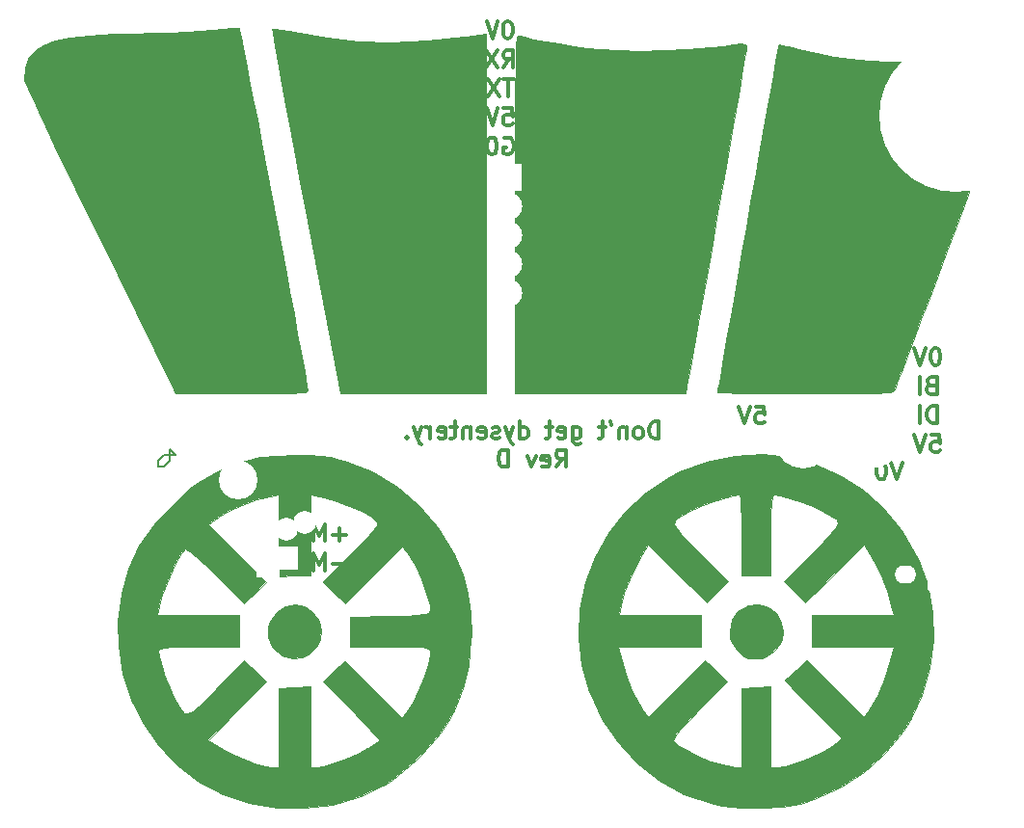
<source format=gbo>
G04 #@! TF.FileFunction,Legend,Bot*
%FSLAX46Y46*%
G04 Gerber Fmt 4.6, Leading zero omitted, Abs format (unit mm)*
G04 Created by KiCad (PCBNEW 4.0.7-e2-6376~58~ubuntu16.04.1) date Fri Apr 20 01:19:44 2018*
%MOMM*%
%LPD*%
G01*
G04 APERTURE LIST*
%ADD10C,0.100000*%
%ADD11C,0.300000*%
%ADD12C,0.200000*%
%ADD13C,0.010000*%
%ADD14C,2.400000*%
%ADD15R,2.000000X2.000000*%
%ADD16C,2.000000*%
%ADD17C,4.900000*%
%ADD18O,1.900000X1.600000*%
%ADD19O,2.100000X2.100000*%
%ADD20C,13.400000*%
%ADD21R,3.000000X2.400000*%
%ADD22O,3.000000X2.400000*%
%ADD23C,3.400000*%
G04 APERTURE END LIST*
D10*
D11*
X139611428Y-71668571D02*
X140111428Y-70954286D01*
X140468571Y-71668571D02*
X140468571Y-70168571D01*
X139897143Y-70168571D01*
X139754285Y-70240000D01*
X139682857Y-70311429D01*
X139611428Y-70454286D01*
X139611428Y-70668571D01*
X139682857Y-70811429D01*
X139754285Y-70882857D01*
X139897143Y-70954286D01*
X140468571Y-70954286D01*
X138397143Y-71597143D02*
X138540000Y-71668571D01*
X138825714Y-71668571D01*
X138968571Y-71597143D01*
X139040000Y-71454286D01*
X139040000Y-70882857D01*
X138968571Y-70740000D01*
X138825714Y-70668571D01*
X138540000Y-70668571D01*
X138397143Y-70740000D01*
X138325714Y-70882857D01*
X138325714Y-71025714D01*
X139040000Y-71168571D01*
X137825714Y-70668571D02*
X137468571Y-71668571D01*
X137111429Y-70668571D01*
X135397143Y-71668571D02*
X135397143Y-70168571D01*
X135040000Y-70168571D01*
X134825715Y-70240000D01*
X134682857Y-70382857D01*
X134611429Y-70525714D01*
X134540000Y-70811429D01*
X134540000Y-71025714D01*
X134611429Y-71311429D01*
X134682857Y-71454286D01*
X134825715Y-71597143D01*
X135040000Y-71668571D01*
X135397143Y-71668571D01*
X118291429Y-78193571D02*
X118291429Y-76693571D01*
X118791429Y-77765000D01*
X119291429Y-76693571D01*
X119291429Y-78193571D01*
X120005715Y-77622143D02*
X121148572Y-77622143D01*
X120577143Y-78193571D02*
X120577143Y-77050714D01*
X118291429Y-80743571D02*
X118291429Y-79243571D01*
X118791429Y-80315000D01*
X119291429Y-79243571D01*
X119291429Y-80743571D01*
X120005715Y-80172143D02*
X121148572Y-80172143D01*
X168105715Y-71268571D02*
X168248572Y-71268571D01*
X168391429Y-71340000D01*
X168462858Y-71411429D01*
X168534287Y-71554286D01*
X168605715Y-71840000D01*
X168605715Y-72197143D01*
X168534287Y-72482857D01*
X168462858Y-72625714D01*
X168391429Y-72697143D01*
X168248572Y-72768571D01*
X168105715Y-72768571D01*
X167962858Y-72697143D01*
X167891429Y-72625714D01*
X167820001Y-72482857D01*
X167748572Y-72197143D01*
X167748572Y-71840000D01*
X167820001Y-71554286D01*
X167891429Y-71411429D01*
X167962858Y-71340000D01*
X168105715Y-71268571D01*
X169034286Y-71268571D02*
X169534286Y-72768571D01*
X170034286Y-71268571D01*
X157145713Y-66348571D02*
X157859999Y-66348571D01*
X157931428Y-67062857D01*
X157859999Y-66991429D01*
X157717142Y-66920000D01*
X157359999Y-66920000D01*
X157217142Y-66991429D01*
X157145713Y-67062857D01*
X157074285Y-67205714D01*
X157074285Y-67562857D01*
X157145713Y-67705714D01*
X157217142Y-67777143D01*
X157359999Y-67848571D01*
X157717142Y-67848571D01*
X157859999Y-67777143D01*
X157931428Y-67705714D01*
X156645714Y-66348571D02*
X156145714Y-67848571D01*
X155645714Y-66348571D01*
X173004285Y-61223571D02*
X172861428Y-61223571D01*
X172718571Y-61295000D01*
X172647142Y-61366429D01*
X172575713Y-61509286D01*
X172504285Y-61795000D01*
X172504285Y-62152143D01*
X172575713Y-62437857D01*
X172647142Y-62580714D01*
X172718571Y-62652143D01*
X172861428Y-62723571D01*
X173004285Y-62723571D01*
X173147142Y-62652143D01*
X173218571Y-62580714D01*
X173289999Y-62437857D01*
X173361428Y-62152143D01*
X173361428Y-61795000D01*
X173289999Y-61509286D01*
X173218571Y-61366429D01*
X173147142Y-61295000D01*
X173004285Y-61223571D01*
X172075714Y-61223571D02*
X171575714Y-62723571D01*
X171075714Y-61223571D01*
X172540000Y-64487857D02*
X172325714Y-64559286D01*
X172254286Y-64630714D01*
X172182857Y-64773571D01*
X172182857Y-64987857D01*
X172254286Y-65130714D01*
X172325714Y-65202143D01*
X172468572Y-65273571D01*
X173040000Y-65273571D01*
X173040000Y-63773571D01*
X172540000Y-63773571D01*
X172397143Y-63845000D01*
X172325714Y-63916429D01*
X172254286Y-64059286D01*
X172254286Y-64202143D01*
X172325714Y-64345000D01*
X172397143Y-64416429D01*
X172540000Y-64487857D01*
X173040000Y-64487857D01*
X171540000Y-65273571D02*
X171540000Y-63773571D01*
X173040000Y-67823571D02*
X173040000Y-66323571D01*
X172682857Y-66323571D01*
X172468572Y-66395000D01*
X172325714Y-66537857D01*
X172254286Y-66680714D01*
X172182857Y-66966429D01*
X172182857Y-67180714D01*
X172254286Y-67466429D01*
X172325714Y-67609286D01*
X172468572Y-67752143D01*
X172682857Y-67823571D01*
X173040000Y-67823571D01*
X171540000Y-67823571D02*
X171540000Y-66323571D01*
X172575713Y-68873571D02*
X173289999Y-68873571D01*
X173361428Y-69587857D01*
X173289999Y-69516429D01*
X173147142Y-69445000D01*
X172789999Y-69445000D01*
X172647142Y-69516429D01*
X172575713Y-69587857D01*
X172504285Y-69730714D01*
X172504285Y-70087857D01*
X172575713Y-70230714D01*
X172647142Y-70302143D01*
X172789999Y-70373571D01*
X173147142Y-70373571D01*
X173289999Y-70302143D01*
X173361428Y-70230714D01*
X172075714Y-68873571D02*
X171575714Y-70373571D01*
X171075714Y-68873571D01*
X135444285Y-32528571D02*
X135301428Y-32528571D01*
X135158571Y-32600000D01*
X135087142Y-32671429D01*
X135015713Y-32814286D01*
X134944285Y-33100000D01*
X134944285Y-33457143D01*
X135015713Y-33742857D01*
X135087142Y-33885714D01*
X135158571Y-33957143D01*
X135301428Y-34028571D01*
X135444285Y-34028571D01*
X135587142Y-33957143D01*
X135658571Y-33885714D01*
X135729999Y-33742857D01*
X135801428Y-33457143D01*
X135801428Y-33100000D01*
X135729999Y-32814286D01*
X135658571Y-32671429D01*
X135587142Y-32600000D01*
X135444285Y-32528571D01*
X134515714Y-32528571D02*
X134015714Y-34028571D01*
X133515714Y-32528571D01*
X134979999Y-36578571D02*
X135479999Y-35864286D01*
X135837142Y-36578571D02*
X135837142Y-35078571D01*
X135265714Y-35078571D01*
X135122856Y-35150000D01*
X135051428Y-35221429D01*
X134979999Y-35364286D01*
X134979999Y-35578571D01*
X135051428Y-35721429D01*
X135122856Y-35792857D01*
X135265714Y-35864286D01*
X135837142Y-35864286D01*
X134479999Y-35078571D02*
X133479999Y-36578571D01*
X133479999Y-35078571D02*
X134479999Y-36578571D01*
X135872857Y-37628571D02*
X135015714Y-37628571D01*
X135444285Y-39128571D02*
X135444285Y-37628571D01*
X134658571Y-37628571D02*
X133658571Y-39128571D01*
X133658571Y-37628571D02*
X134658571Y-39128571D01*
X135015713Y-40178571D02*
X135729999Y-40178571D01*
X135801428Y-40892857D01*
X135729999Y-40821429D01*
X135587142Y-40750000D01*
X135229999Y-40750000D01*
X135087142Y-40821429D01*
X135015713Y-40892857D01*
X134944285Y-41035714D01*
X134944285Y-41392857D01*
X135015713Y-41535714D01*
X135087142Y-41607143D01*
X135229999Y-41678571D01*
X135587142Y-41678571D01*
X135729999Y-41607143D01*
X135801428Y-41535714D01*
X134515714Y-40178571D02*
X134015714Y-41678571D01*
X133515714Y-40178571D01*
X135051428Y-42800000D02*
X135194285Y-42728571D01*
X135408571Y-42728571D01*
X135622856Y-42800000D01*
X135765714Y-42942857D01*
X135837142Y-43085714D01*
X135908571Y-43371429D01*
X135908571Y-43585714D01*
X135837142Y-43871429D01*
X135765714Y-44014286D01*
X135622856Y-44157143D01*
X135408571Y-44228571D01*
X135265714Y-44228571D01*
X135051428Y-44157143D01*
X134979999Y-44085714D01*
X134979999Y-43585714D01*
X135265714Y-43585714D01*
X134051428Y-42728571D02*
X133908571Y-42728571D01*
X133765714Y-42800000D01*
X133694285Y-42871429D01*
X133622856Y-43014286D01*
X133551428Y-43300000D01*
X133551428Y-43657143D01*
X133622856Y-43942857D01*
X133694285Y-44085714D01*
X133765714Y-44157143D01*
X133908571Y-44228571D01*
X134051428Y-44228571D01*
X134194285Y-44157143D01*
X134265714Y-44085714D01*
X134337142Y-43942857D01*
X134408571Y-43657143D01*
X134408571Y-43300000D01*
X134337142Y-43014286D01*
X134265714Y-42871429D01*
X134194285Y-42800000D01*
X134051428Y-42728571D01*
D12*
X105156000Y-70612000D02*
X106172000Y-70612000D01*
X104648000Y-71120000D02*
X105156000Y-70612000D01*
X104648000Y-71628000D02*
X104648000Y-71120000D01*
X105156000Y-71628000D02*
X104648000Y-71628000D01*
X105664000Y-71120000D02*
X105156000Y-71628000D01*
X105664000Y-70104000D02*
X105664000Y-71120000D01*
X106172000Y-70612000D02*
X105664000Y-70104000D01*
D11*
X148646428Y-69188571D02*
X148646428Y-67688571D01*
X148289285Y-67688571D01*
X148075000Y-67760000D01*
X147932142Y-67902857D01*
X147860714Y-68045714D01*
X147789285Y-68331429D01*
X147789285Y-68545714D01*
X147860714Y-68831429D01*
X147932142Y-68974286D01*
X148075000Y-69117143D01*
X148289285Y-69188571D01*
X148646428Y-69188571D01*
X146932142Y-69188571D02*
X147075000Y-69117143D01*
X147146428Y-69045714D01*
X147217857Y-68902857D01*
X147217857Y-68474286D01*
X147146428Y-68331429D01*
X147075000Y-68260000D01*
X146932142Y-68188571D01*
X146717857Y-68188571D01*
X146575000Y-68260000D01*
X146503571Y-68331429D01*
X146432142Y-68474286D01*
X146432142Y-68902857D01*
X146503571Y-69045714D01*
X146575000Y-69117143D01*
X146717857Y-69188571D01*
X146932142Y-69188571D01*
X145789285Y-68188571D02*
X145789285Y-69188571D01*
X145789285Y-68331429D02*
X145717857Y-68260000D01*
X145574999Y-68188571D01*
X145360714Y-68188571D01*
X145217857Y-68260000D01*
X145146428Y-68402857D01*
X145146428Y-69188571D01*
X144360714Y-67688571D02*
X144503571Y-67974286D01*
X143932142Y-68188571D02*
X143360713Y-68188571D01*
X143717856Y-67688571D02*
X143717856Y-68974286D01*
X143646428Y-69117143D01*
X143503570Y-69188571D01*
X143360713Y-69188571D01*
X141074999Y-68188571D02*
X141074999Y-69402857D01*
X141146428Y-69545714D01*
X141217856Y-69617143D01*
X141360713Y-69688571D01*
X141574999Y-69688571D01*
X141717856Y-69617143D01*
X141074999Y-69117143D02*
X141217856Y-69188571D01*
X141503570Y-69188571D01*
X141646428Y-69117143D01*
X141717856Y-69045714D01*
X141789285Y-68902857D01*
X141789285Y-68474286D01*
X141717856Y-68331429D01*
X141646428Y-68260000D01*
X141503570Y-68188571D01*
X141217856Y-68188571D01*
X141074999Y-68260000D01*
X139789285Y-69117143D02*
X139932142Y-69188571D01*
X140217856Y-69188571D01*
X140360713Y-69117143D01*
X140432142Y-68974286D01*
X140432142Y-68402857D01*
X140360713Y-68260000D01*
X140217856Y-68188571D01*
X139932142Y-68188571D01*
X139789285Y-68260000D01*
X139717856Y-68402857D01*
X139717856Y-68545714D01*
X140432142Y-68688571D01*
X139289285Y-68188571D02*
X138717856Y-68188571D01*
X139074999Y-67688571D02*
X139074999Y-68974286D01*
X139003571Y-69117143D01*
X138860713Y-69188571D01*
X138717856Y-69188571D01*
X136432142Y-69188571D02*
X136432142Y-67688571D01*
X136432142Y-69117143D02*
X136574999Y-69188571D01*
X136860713Y-69188571D01*
X137003571Y-69117143D01*
X137074999Y-69045714D01*
X137146428Y-68902857D01*
X137146428Y-68474286D01*
X137074999Y-68331429D01*
X137003571Y-68260000D01*
X136860713Y-68188571D01*
X136574999Y-68188571D01*
X136432142Y-68260000D01*
X135860713Y-68188571D02*
X135503570Y-69188571D01*
X135146428Y-68188571D02*
X135503570Y-69188571D01*
X135646428Y-69545714D01*
X135717856Y-69617143D01*
X135860713Y-69688571D01*
X134646428Y-69117143D02*
X134503571Y-69188571D01*
X134217856Y-69188571D01*
X134074999Y-69117143D01*
X134003571Y-68974286D01*
X134003571Y-68902857D01*
X134074999Y-68760000D01*
X134217856Y-68688571D01*
X134432142Y-68688571D01*
X134574999Y-68617143D01*
X134646428Y-68474286D01*
X134646428Y-68402857D01*
X134574999Y-68260000D01*
X134432142Y-68188571D01*
X134217856Y-68188571D01*
X134074999Y-68260000D01*
X132789285Y-69117143D02*
X132932142Y-69188571D01*
X133217856Y-69188571D01*
X133360713Y-69117143D01*
X133432142Y-68974286D01*
X133432142Y-68402857D01*
X133360713Y-68260000D01*
X133217856Y-68188571D01*
X132932142Y-68188571D01*
X132789285Y-68260000D01*
X132717856Y-68402857D01*
X132717856Y-68545714D01*
X133432142Y-68688571D01*
X132074999Y-68188571D02*
X132074999Y-69188571D01*
X132074999Y-68331429D02*
X132003571Y-68260000D01*
X131860713Y-68188571D01*
X131646428Y-68188571D01*
X131503571Y-68260000D01*
X131432142Y-68402857D01*
X131432142Y-69188571D01*
X130932142Y-68188571D02*
X130360713Y-68188571D01*
X130717856Y-67688571D02*
X130717856Y-68974286D01*
X130646428Y-69117143D01*
X130503570Y-69188571D01*
X130360713Y-69188571D01*
X129289285Y-69117143D02*
X129432142Y-69188571D01*
X129717856Y-69188571D01*
X129860713Y-69117143D01*
X129932142Y-68974286D01*
X129932142Y-68402857D01*
X129860713Y-68260000D01*
X129717856Y-68188571D01*
X129432142Y-68188571D01*
X129289285Y-68260000D01*
X129217856Y-68402857D01*
X129217856Y-68545714D01*
X129932142Y-68688571D01*
X128574999Y-69188571D02*
X128574999Y-68188571D01*
X128574999Y-68474286D02*
X128503571Y-68331429D01*
X128432142Y-68260000D01*
X128289285Y-68188571D01*
X128146428Y-68188571D01*
X127789285Y-68188571D02*
X127432142Y-69188571D01*
X127075000Y-68188571D02*
X127432142Y-69188571D01*
X127575000Y-69545714D01*
X127646428Y-69617143D01*
X127789285Y-69688571D01*
X126503571Y-69045714D02*
X126432143Y-69117143D01*
X126503571Y-69188571D01*
X126575000Y-69117143D01*
X126503571Y-69045714D01*
X126503571Y-69188571D01*
D13*
G36*
X118005156Y-70658163D02*
X118980238Y-70716108D01*
X119794348Y-70830896D01*
X120578252Y-71017736D01*
X120971667Y-71134216D01*
X123445093Y-72103498D01*
X125643659Y-73394667D01*
X127565913Y-75006481D01*
X129210404Y-76937696D01*
X130575682Y-79187070D01*
X130727937Y-79493224D01*
X131435278Y-81157086D01*
X131890702Y-82774641D01*
X132120676Y-84482845D01*
X132151669Y-86418658D01*
X132138546Y-86792506D01*
X131916450Y-89082060D01*
X131431942Y-91130844D01*
X130653336Y-93053017D01*
X130131666Y-94023300D01*
X129440163Y-95032751D01*
X128500022Y-96157241D01*
X127414753Y-97292067D01*
X126287869Y-98332528D01*
X125222882Y-99173919D01*
X124706926Y-99510429D01*
X122447214Y-100598286D01*
X120016317Y-101315669D01*
X117467589Y-101650981D01*
X115045000Y-101610356D01*
X112623274Y-101195948D01*
X110353462Y-100410640D01*
X108264666Y-99288662D01*
X106385990Y-97864241D01*
X104746537Y-96171608D01*
X103375411Y-94244989D01*
X102301715Y-92118616D01*
X101554553Y-89826715D01*
X101163027Y-87403515D01*
X101132559Y-85247822D01*
X101197362Y-84710000D01*
X104626220Y-84710000D01*
X111772298Y-84710000D01*
X111768232Y-86085571D01*
X111764167Y-87461141D01*
X108218750Y-87461404D01*
X106856098Y-87468695D01*
X105868732Y-87492796D01*
X105208810Y-87537393D01*
X104828487Y-87606176D01*
X104679920Y-87702831D01*
X104673334Y-87734696D01*
X104757311Y-88336218D01*
X104979146Y-89180952D01*
X105293694Y-90130377D01*
X105655809Y-91045970D01*
X105958409Y-91677759D01*
X106370793Y-92453795D01*
X106688747Y-92997252D01*
X106972396Y-93300383D01*
X107281866Y-93355443D01*
X107677285Y-93154685D01*
X108218779Y-92690363D01*
X108966472Y-91954732D01*
X109726819Y-91192279D01*
X112232564Y-88693062D01*
X114165254Y-90530834D01*
X111622195Y-93093536D01*
X109079137Y-95656238D01*
X110209985Y-96356651D01*
X111110434Y-96849597D01*
X112137624Y-97311813D01*
X113165842Y-97695884D01*
X114069374Y-97954395D01*
X114674584Y-98040536D01*
X115256667Y-98045000D01*
X115256667Y-91096122D01*
X116632944Y-91025144D01*
X118009222Y-90954167D01*
X118008778Y-94499584D01*
X118008334Y-98045000D01*
X118590417Y-98040536D01*
X119267346Y-97938183D01*
X120181543Y-97671338D01*
X121204401Y-97288458D01*
X122207316Y-96838002D01*
X123061681Y-96368428D01*
X123110773Y-96337268D01*
X124180478Y-95650839D01*
X121649868Y-93090836D01*
X119119258Y-90530834D01*
X120089608Y-89625673D01*
X121059959Y-88720513D01*
X123564053Y-91213173D01*
X126068146Y-93705834D01*
X126483670Y-93176667D01*
X127026079Y-92342872D01*
X127571740Y-91264636D01*
X128040607Y-90112577D01*
X128284166Y-89338946D01*
X128468664Y-88662270D01*
X128573709Y-88170627D01*
X128548632Y-87834640D01*
X128342762Y-87624935D01*
X127905429Y-87512136D01*
X127185963Y-87466867D01*
X126133694Y-87459754D01*
X125046250Y-87461796D01*
X121500834Y-87461925D01*
X121530802Y-86138879D01*
X121560770Y-84815834D01*
X125076218Y-84757799D01*
X126423531Y-84737181D01*
X127397664Y-84705995D01*
X128048285Y-84633459D01*
X128425065Y-84488791D01*
X128577674Y-84241207D01*
X128555780Y-83859925D01*
X128409054Y-83314161D01*
X128250561Y-82790501D01*
X127806535Y-81544707D01*
X127252892Y-80365066D01*
X126665016Y-79406789D01*
X126508970Y-79204647D01*
X126075154Y-78677500D01*
X121077500Y-83634014D01*
X119129738Y-81782976D01*
X121629857Y-79289370D01*
X122579524Y-78329758D01*
X123251052Y-77617664D01*
X123676978Y-77113047D01*
X123889841Y-76775866D01*
X123922181Y-76566080D01*
X123890613Y-76507350D01*
X123357280Y-76057572D01*
X122516739Y-75568851D01*
X121476201Y-75088651D01*
X120342878Y-74664439D01*
X119223983Y-74343678D01*
X118802084Y-74254529D01*
X118008334Y-74107484D01*
X118008308Y-77662492D01*
X118008283Y-81217500D01*
X116632475Y-81232903D01*
X115256667Y-81248305D01*
X115256667Y-74107484D01*
X114462917Y-74250806D01*
X113326195Y-74544392D01*
X112062750Y-75008509D01*
X110864682Y-75564934D01*
X110043957Y-76050158D01*
X109068964Y-76720971D01*
X114118646Y-81770653D01*
X112215774Y-83673525D01*
X109737530Y-81201737D01*
X108899461Y-80386392D01*
X108155391Y-79701101D01*
X107559370Y-79192605D01*
X107165452Y-78907648D01*
X107037618Y-78866948D01*
X106682711Y-79244722D01*
X106261470Y-79932998D01*
X105817868Y-80833569D01*
X105395877Y-81848228D01*
X105039470Y-82878767D01*
X104792620Y-83826979D01*
X104773945Y-83922560D01*
X104626220Y-84710000D01*
X101197362Y-84710000D01*
X101422082Y-82844978D01*
X102036840Y-80654645D01*
X103002255Y-78621581D01*
X104343745Y-76690548D01*
X105815683Y-75071243D01*
X106791211Y-74136886D01*
X107615808Y-73439783D01*
X108408155Y-72890818D01*
X109286934Y-72400871D01*
X109541667Y-72273410D01*
X111029136Y-71594189D01*
X112355997Y-71124523D01*
X113668189Y-70831324D01*
X115111654Y-70681506D01*
X116738334Y-70641852D01*
X118005156Y-70658163D01*
X118005156Y-70658163D01*
G37*
X118005156Y-70658163D02*
X118980238Y-70716108D01*
X119794348Y-70830896D01*
X120578252Y-71017736D01*
X120971667Y-71134216D01*
X123445093Y-72103498D01*
X125643659Y-73394667D01*
X127565913Y-75006481D01*
X129210404Y-76937696D01*
X130575682Y-79187070D01*
X130727937Y-79493224D01*
X131435278Y-81157086D01*
X131890702Y-82774641D01*
X132120676Y-84482845D01*
X132151669Y-86418658D01*
X132138546Y-86792506D01*
X131916450Y-89082060D01*
X131431942Y-91130844D01*
X130653336Y-93053017D01*
X130131666Y-94023300D01*
X129440163Y-95032751D01*
X128500022Y-96157241D01*
X127414753Y-97292067D01*
X126287869Y-98332528D01*
X125222882Y-99173919D01*
X124706926Y-99510429D01*
X122447214Y-100598286D01*
X120016317Y-101315669D01*
X117467589Y-101650981D01*
X115045000Y-101610356D01*
X112623274Y-101195948D01*
X110353462Y-100410640D01*
X108264666Y-99288662D01*
X106385990Y-97864241D01*
X104746537Y-96171608D01*
X103375411Y-94244989D01*
X102301715Y-92118616D01*
X101554553Y-89826715D01*
X101163027Y-87403515D01*
X101132559Y-85247822D01*
X101197362Y-84710000D01*
X104626220Y-84710000D01*
X111772298Y-84710000D01*
X111768232Y-86085571D01*
X111764167Y-87461141D01*
X108218750Y-87461404D01*
X106856098Y-87468695D01*
X105868732Y-87492796D01*
X105208810Y-87537393D01*
X104828487Y-87606176D01*
X104679920Y-87702831D01*
X104673334Y-87734696D01*
X104757311Y-88336218D01*
X104979146Y-89180952D01*
X105293694Y-90130377D01*
X105655809Y-91045970D01*
X105958409Y-91677759D01*
X106370793Y-92453795D01*
X106688747Y-92997252D01*
X106972396Y-93300383D01*
X107281866Y-93355443D01*
X107677285Y-93154685D01*
X108218779Y-92690363D01*
X108966472Y-91954732D01*
X109726819Y-91192279D01*
X112232564Y-88693062D01*
X114165254Y-90530834D01*
X111622195Y-93093536D01*
X109079137Y-95656238D01*
X110209985Y-96356651D01*
X111110434Y-96849597D01*
X112137624Y-97311813D01*
X113165842Y-97695884D01*
X114069374Y-97954395D01*
X114674584Y-98040536D01*
X115256667Y-98045000D01*
X115256667Y-91096122D01*
X116632944Y-91025144D01*
X118009222Y-90954167D01*
X118008778Y-94499584D01*
X118008334Y-98045000D01*
X118590417Y-98040536D01*
X119267346Y-97938183D01*
X120181543Y-97671338D01*
X121204401Y-97288458D01*
X122207316Y-96838002D01*
X123061681Y-96368428D01*
X123110773Y-96337268D01*
X124180478Y-95650839D01*
X121649868Y-93090836D01*
X119119258Y-90530834D01*
X120089608Y-89625673D01*
X121059959Y-88720513D01*
X123564053Y-91213173D01*
X126068146Y-93705834D01*
X126483670Y-93176667D01*
X127026079Y-92342872D01*
X127571740Y-91264636D01*
X128040607Y-90112577D01*
X128284166Y-89338946D01*
X128468664Y-88662270D01*
X128573709Y-88170627D01*
X128548632Y-87834640D01*
X128342762Y-87624935D01*
X127905429Y-87512136D01*
X127185963Y-87466867D01*
X126133694Y-87459754D01*
X125046250Y-87461796D01*
X121500834Y-87461925D01*
X121530802Y-86138879D01*
X121560770Y-84815834D01*
X125076218Y-84757799D01*
X126423531Y-84737181D01*
X127397664Y-84705995D01*
X128048285Y-84633459D01*
X128425065Y-84488791D01*
X128577674Y-84241207D01*
X128555780Y-83859925D01*
X128409054Y-83314161D01*
X128250561Y-82790501D01*
X127806535Y-81544707D01*
X127252892Y-80365066D01*
X126665016Y-79406789D01*
X126508970Y-79204647D01*
X126075154Y-78677500D01*
X121077500Y-83634014D01*
X119129738Y-81782976D01*
X121629857Y-79289370D01*
X122579524Y-78329758D01*
X123251052Y-77617664D01*
X123676978Y-77113047D01*
X123889841Y-76775866D01*
X123922181Y-76566080D01*
X123890613Y-76507350D01*
X123357280Y-76057572D01*
X122516739Y-75568851D01*
X121476201Y-75088651D01*
X120342878Y-74664439D01*
X119223983Y-74343678D01*
X118802084Y-74254529D01*
X118008334Y-74107484D01*
X118008308Y-77662492D01*
X118008283Y-81217500D01*
X116632475Y-81232903D01*
X115256667Y-81248305D01*
X115256667Y-74107484D01*
X114462917Y-74250806D01*
X113326195Y-74544392D01*
X112062750Y-75008509D01*
X110864682Y-75564934D01*
X110043957Y-76050158D01*
X109068964Y-76720971D01*
X114118646Y-81770653D01*
X112215774Y-83673525D01*
X109737530Y-81201737D01*
X108899461Y-80386392D01*
X108155391Y-79701101D01*
X107559370Y-79192605D01*
X107165452Y-78907648D01*
X107037618Y-78866948D01*
X106682711Y-79244722D01*
X106261470Y-79932998D01*
X105817868Y-80833569D01*
X105395877Y-81848228D01*
X105039470Y-82878767D01*
X104792620Y-83826979D01*
X104773945Y-83922560D01*
X104626220Y-84710000D01*
X101197362Y-84710000D01*
X101422082Y-82844978D01*
X102036840Y-80654645D01*
X103002255Y-78621581D01*
X104343745Y-76690548D01*
X105815683Y-75071243D01*
X106791211Y-74136886D01*
X107615808Y-73439783D01*
X108408155Y-72890818D01*
X109286934Y-72400871D01*
X109541667Y-72273410D01*
X111029136Y-71594189D01*
X112355997Y-71124523D01*
X113668189Y-70831324D01*
X115111654Y-70681506D01*
X116738334Y-70641852D01*
X118005156Y-70658163D01*
G36*
X160098211Y-70826065D02*
X162388995Y-71444272D01*
X164557972Y-72408150D01*
X166566035Y-73703461D01*
X168374076Y-75315967D01*
X169942986Y-77231429D01*
X171233657Y-79435609D01*
X171353319Y-79687244D01*
X172205203Y-82006962D01*
X172665951Y-84421112D01*
X172740133Y-86873692D01*
X172432316Y-89308703D01*
X171747070Y-91670144D01*
X170688963Y-93902015D01*
X170119646Y-94809165D01*
X168516325Y-96805115D01*
X166634612Y-98502440D01*
X164516642Y-99871368D01*
X162204547Y-100882131D01*
X161026105Y-101234424D01*
X159475100Y-101511204D01*
X157702145Y-101634002D01*
X155876134Y-101603196D01*
X154165964Y-101419168D01*
X153193580Y-101216805D01*
X150856057Y-100390443D01*
X148689234Y-99199525D01*
X146735692Y-97682978D01*
X145038012Y-95879727D01*
X143638777Y-93828698D01*
X142580567Y-91568815D01*
X142550695Y-91487691D01*
X141873171Y-89045565D01*
X141695859Y-87461667D01*
X145093601Y-87461667D01*
X145224694Y-88043750D01*
X145700577Y-89827588D01*
X146271835Y-91310684D01*
X146987748Y-92613111D01*
X147274562Y-93038518D01*
X147699832Y-93641202D01*
X150207951Y-91139618D01*
X152716070Y-88638033D01*
X153674225Y-89578390D01*
X154632379Y-90518748D01*
X152158679Y-92998909D01*
X151220674Y-93951187D01*
X150558482Y-94655976D01*
X150138676Y-95154891D01*
X149927829Y-95489548D01*
X149892513Y-95701562D01*
X149929673Y-95773909D01*
X150419517Y-96180308D01*
X151206810Y-96637275D01*
X152177292Y-97096863D01*
X153216702Y-97511124D01*
X154210779Y-97832110D01*
X155045262Y-98011872D01*
X155314584Y-98033617D01*
X155896667Y-98045000D01*
X155896667Y-91097601D01*
X157167053Y-91025884D01*
X158437438Y-90954167D01*
X158437053Y-94499584D01*
X158436667Y-98045000D01*
X158927416Y-98045000D01*
X159744332Y-97935061D01*
X160779358Y-97640406D01*
X161900143Y-97213778D01*
X162974333Y-96707920D01*
X163869577Y-96175575D01*
X164153687Y-95962303D01*
X164680834Y-95528488D01*
X162151298Y-92983918D01*
X161326210Y-92145053D01*
X160625465Y-91415554D01*
X160095578Y-90845262D01*
X159783064Y-90484017D01*
X159720381Y-90379258D01*
X159916768Y-90213162D01*
X160323033Y-89845468D01*
X160718703Y-89479169D01*
X161618406Y-88639172D01*
X166633502Y-93641202D01*
X167058772Y-93038518D01*
X167835454Y-91770319D01*
X168450632Y-90362510D01*
X168953583Y-88695017D01*
X169108640Y-88043750D01*
X169239732Y-87461667D01*
X162035000Y-87461667D01*
X162035000Y-84710000D01*
X169239732Y-84710000D01*
X169111182Y-84127917D01*
X168667062Y-82548013D01*
X168064788Y-81016151D01*
X167399340Y-79755196D01*
X166633259Y-78530454D01*
X164069546Y-81059673D01*
X161505834Y-83588891D01*
X160583851Y-82640499D01*
X159661869Y-81692106D01*
X162171351Y-79168283D01*
X163128298Y-78209442D01*
X163806642Y-77503737D01*
X164213900Y-76992297D01*
X164357585Y-76616252D01*
X164245214Y-76316730D01*
X163884300Y-76034862D01*
X163282361Y-75711776D01*
X162653075Y-75394670D01*
X161910397Y-75062685D01*
X161010477Y-74727441D01*
X160086816Y-74431445D01*
X159272918Y-74217203D01*
X158702282Y-74127224D01*
X158670697Y-74126667D01*
X158573788Y-74301233D01*
X158503556Y-74837050D01*
X158458803Y-75752295D01*
X158438330Y-77065145D01*
X158436667Y-77675611D01*
X158436667Y-81224556D01*
X155896667Y-81224556D01*
X155896667Y-77675611D01*
X155885155Y-76206030D01*
X155849822Y-75140999D01*
X155789467Y-74462342D01*
X155702893Y-74151882D01*
X155662636Y-74126667D01*
X155117608Y-74204693D01*
X154318479Y-74410432D01*
X153398750Y-74701377D01*
X152491924Y-75035020D01*
X151731502Y-75368854D01*
X151680259Y-75394670D01*
X150896234Y-75790422D01*
X150347396Y-76099215D01*
X150041260Y-76379919D01*
X149985343Y-76691407D01*
X150187157Y-77092547D01*
X150654220Y-77642210D01*
X151394046Y-78399268D01*
X152161982Y-79168283D01*
X154671464Y-81692106D01*
X153749482Y-82640499D01*
X152827500Y-83588891D01*
X147707494Y-78537855D01*
X147021756Y-79606486D01*
X146215503Y-81098365D01*
X145598611Y-82711906D01*
X145327250Y-83795066D01*
X145156321Y-84710000D01*
X152298334Y-84710000D01*
X152298334Y-87461667D01*
X145093601Y-87461667D01*
X141695859Y-87461667D01*
X141598719Y-86593942D01*
X141710723Y-84173368D01*
X142192563Y-81824388D01*
X143027622Y-79587546D01*
X144199282Y-77503388D01*
X145690925Y-75612459D01*
X147485933Y-73955304D01*
X149567688Y-72572469D01*
X150499167Y-72094716D01*
X152886098Y-71187855D01*
X155307655Y-70683619D01*
X157724728Y-70567768D01*
X160098211Y-70826065D01*
X160098211Y-70826065D01*
G37*
X160098211Y-70826065D02*
X162388995Y-71444272D01*
X164557972Y-72408150D01*
X166566035Y-73703461D01*
X168374076Y-75315967D01*
X169942986Y-77231429D01*
X171233657Y-79435609D01*
X171353319Y-79687244D01*
X172205203Y-82006962D01*
X172665951Y-84421112D01*
X172740133Y-86873692D01*
X172432316Y-89308703D01*
X171747070Y-91670144D01*
X170688963Y-93902015D01*
X170119646Y-94809165D01*
X168516325Y-96805115D01*
X166634612Y-98502440D01*
X164516642Y-99871368D01*
X162204547Y-100882131D01*
X161026105Y-101234424D01*
X159475100Y-101511204D01*
X157702145Y-101634002D01*
X155876134Y-101603196D01*
X154165964Y-101419168D01*
X153193580Y-101216805D01*
X150856057Y-100390443D01*
X148689234Y-99199525D01*
X146735692Y-97682978D01*
X145038012Y-95879727D01*
X143638777Y-93828698D01*
X142580567Y-91568815D01*
X142550695Y-91487691D01*
X141873171Y-89045565D01*
X141695859Y-87461667D01*
X145093601Y-87461667D01*
X145224694Y-88043750D01*
X145700577Y-89827588D01*
X146271835Y-91310684D01*
X146987748Y-92613111D01*
X147274562Y-93038518D01*
X147699832Y-93641202D01*
X150207951Y-91139618D01*
X152716070Y-88638033D01*
X153674225Y-89578390D01*
X154632379Y-90518748D01*
X152158679Y-92998909D01*
X151220674Y-93951187D01*
X150558482Y-94655976D01*
X150138676Y-95154891D01*
X149927829Y-95489548D01*
X149892513Y-95701562D01*
X149929673Y-95773909D01*
X150419517Y-96180308D01*
X151206810Y-96637275D01*
X152177292Y-97096863D01*
X153216702Y-97511124D01*
X154210779Y-97832110D01*
X155045262Y-98011872D01*
X155314584Y-98033617D01*
X155896667Y-98045000D01*
X155896667Y-91097601D01*
X157167053Y-91025884D01*
X158437438Y-90954167D01*
X158437053Y-94499584D01*
X158436667Y-98045000D01*
X158927416Y-98045000D01*
X159744332Y-97935061D01*
X160779358Y-97640406D01*
X161900143Y-97213778D01*
X162974333Y-96707920D01*
X163869577Y-96175575D01*
X164153687Y-95962303D01*
X164680834Y-95528488D01*
X162151298Y-92983918D01*
X161326210Y-92145053D01*
X160625465Y-91415554D01*
X160095578Y-90845262D01*
X159783064Y-90484017D01*
X159720381Y-90379258D01*
X159916768Y-90213162D01*
X160323033Y-89845468D01*
X160718703Y-89479169D01*
X161618406Y-88639172D01*
X166633502Y-93641202D01*
X167058772Y-93038518D01*
X167835454Y-91770319D01*
X168450632Y-90362510D01*
X168953583Y-88695017D01*
X169108640Y-88043750D01*
X169239732Y-87461667D01*
X162035000Y-87461667D01*
X162035000Y-84710000D01*
X169239732Y-84710000D01*
X169111182Y-84127917D01*
X168667062Y-82548013D01*
X168064788Y-81016151D01*
X167399340Y-79755196D01*
X166633259Y-78530454D01*
X164069546Y-81059673D01*
X161505834Y-83588891D01*
X160583851Y-82640499D01*
X159661869Y-81692106D01*
X162171351Y-79168283D01*
X163128298Y-78209442D01*
X163806642Y-77503737D01*
X164213900Y-76992297D01*
X164357585Y-76616252D01*
X164245214Y-76316730D01*
X163884300Y-76034862D01*
X163282361Y-75711776D01*
X162653075Y-75394670D01*
X161910397Y-75062685D01*
X161010477Y-74727441D01*
X160086816Y-74431445D01*
X159272918Y-74217203D01*
X158702282Y-74127224D01*
X158670697Y-74126667D01*
X158573788Y-74301233D01*
X158503556Y-74837050D01*
X158458803Y-75752295D01*
X158438330Y-77065145D01*
X158436667Y-77675611D01*
X158436667Y-81224556D01*
X155896667Y-81224556D01*
X155896667Y-77675611D01*
X155885155Y-76206030D01*
X155849822Y-75140999D01*
X155789467Y-74462342D01*
X155702893Y-74151882D01*
X155662636Y-74126667D01*
X155117608Y-74204693D01*
X154318479Y-74410432D01*
X153398750Y-74701377D01*
X152491924Y-75035020D01*
X151731502Y-75368854D01*
X151680259Y-75394670D01*
X150896234Y-75790422D01*
X150347396Y-76099215D01*
X150041260Y-76379919D01*
X149985343Y-76691407D01*
X150187157Y-77092547D01*
X150654220Y-77642210D01*
X151394046Y-78399268D01*
X152161982Y-79168283D01*
X154671464Y-81692106D01*
X153749482Y-82640499D01*
X152827500Y-83588891D01*
X147707494Y-78537855D01*
X147021756Y-79606486D01*
X146215503Y-81098365D01*
X145598611Y-82711906D01*
X145327250Y-83795066D01*
X145156321Y-84710000D01*
X152298334Y-84710000D01*
X152298334Y-87461667D01*
X145093601Y-87461667D01*
X141695859Y-87461667D01*
X141598719Y-86593942D01*
X141710723Y-84173368D01*
X142192563Y-81824388D01*
X143027622Y-79587546D01*
X144199282Y-77503388D01*
X145690925Y-75612459D01*
X147485933Y-73955304D01*
X149567688Y-72572469D01*
X150499167Y-72094716D01*
X152886098Y-71187855D01*
X155307655Y-70683619D01*
X157724728Y-70567768D01*
X160098211Y-70826065D01*
G36*
X111771804Y-33106248D02*
X111825208Y-33323685D01*
X111948770Y-33918235D01*
X112135097Y-34850842D01*
X112376798Y-36082448D01*
X112666481Y-37573998D01*
X112996755Y-39286435D01*
X113360227Y-41180701D01*
X113749506Y-43217742D01*
X114157201Y-45358499D01*
X114575919Y-47563916D01*
X114998268Y-49794937D01*
X115416857Y-52012505D01*
X115824295Y-54177563D01*
X116213189Y-56251055D01*
X116576147Y-58193925D01*
X116905779Y-59967115D01*
X117194692Y-61531569D01*
X117435494Y-62848230D01*
X117620793Y-63878043D01*
X117743199Y-64581949D01*
X117795319Y-64920893D01*
X117796667Y-64940490D01*
X117736204Y-65030203D01*
X117526223Y-65100435D01*
X117123831Y-65153382D01*
X116486138Y-65191239D01*
X115570254Y-65216205D01*
X114333286Y-65230475D01*
X112732345Y-65236245D01*
X112013491Y-65236667D01*
X106230315Y-65236667D01*
X99645533Y-51848750D01*
X98547130Y-49608223D01*
X97502499Y-47463226D01*
X96527086Y-45446370D01*
X95636340Y-43590263D01*
X94845707Y-41927515D01*
X94170635Y-40490736D01*
X93626571Y-39312535D01*
X93228963Y-38425523D01*
X92993257Y-37862308D01*
X92932876Y-37678234D01*
X92969208Y-36665010D01*
X93367310Y-35688950D01*
X93909979Y-35028422D01*
X94579227Y-34600255D01*
X95579380Y-34252598D01*
X96928759Y-33982475D01*
X98645684Y-33786912D01*
X100748474Y-33662934D01*
X102614887Y-33614770D01*
X104134751Y-33580648D01*
X105679867Y-33524628D01*
X107139253Y-33452247D01*
X108401923Y-33369043D01*
X109356894Y-33280553D01*
X109388540Y-33276812D01*
X110323371Y-33174929D01*
X111092588Y-33109784D01*
X111605790Y-33087845D01*
X111771804Y-33106248D01*
X111771804Y-33106248D01*
G37*
X111771804Y-33106248D02*
X111825208Y-33323685D01*
X111948770Y-33918235D01*
X112135097Y-34850842D01*
X112376798Y-36082448D01*
X112666481Y-37573998D01*
X112996755Y-39286435D01*
X113360227Y-41180701D01*
X113749506Y-43217742D01*
X114157201Y-45358499D01*
X114575919Y-47563916D01*
X114998268Y-49794937D01*
X115416857Y-52012505D01*
X115824295Y-54177563D01*
X116213189Y-56251055D01*
X116576147Y-58193925D01*
X116905779Y-59967115D01*
X117194692Y-61531569D01*
X117435494Y-62848230D01*
X117620793Y-63878043D01*
X117743199Y-64581949D01*
X117795319Y-64920893D01*
X117796667Y-64940490D01*
X117736204Y-65030203D01*
X117526223Y-65100435D01*
X117123831Y-65153382D01*
X116486138Y-65191239D01*
X115570254Y-65216205D01*
X114333286Y-65230475D01*
X112732345Y-65236245D01*
X112013491Y-65236667D01*
X106230315Y-65236667D01*
X99645533Y-51848750D01*
X98547130Y-49608223D01*
X97502499Y-47463226D01*
X96527086Y-45446370D01*
X95636340Y-43590263D01*
X94845707Y-41927515D01*
X94170635Y-40490736D01*
X93626571Y-39312535D01*
X93228963Y-38425523D01*
X92993257Y-37862308D01*
X92932876Y-37678234D01*
X92969208Y-36665010D01*
X93367310Y-35688950D01*
X93909979Y-35028422D01*
X94579227Y-34600255D01*
X95579380Y-34252598D01*
X96928759Y-33982475D01*
X98645684Y-33786912D01*
X100748474Y-33662934D01*
X102614887Y-33614770D01*
X104134751Y-33580648D01*
X105679867Y-33524628D01*
X107139253Y-33452247D01*
X108401923Y-33369043D01*
X109356894Y-33280553D01*
X109388540Y-33276812D01*
X110323371Y-33174929D01*
X111092588Y-33109784D01*
X111605790Y-33087845D01*
X111771804Y-33106248D01*
G36*
X114886766Y-33173876D02*
X115424683Y-33260867D01*
X116186104Y-33404442D01*
X116632500Y-33494776D01*
X119473220Y-33986123D01*
X122294646Y-34269698D01*
X125189710Y-34347255D01*
X128251342Y-34220552D01*
X131572473Y-33891343D01*
X132348750Y-33791706D01*
X133460000Y-33643795D01*
X133460000Y-65236667D01*
X120641240Y-65236667D01*
X117624402Y-49227607D01*
X117146379Y-46686167D01*
X116693216Y-44267592D01*
X116270781Y-42003773D01*
X115884944Y-39926600D01*
X115541573Y-38067964D01*
X115246536Y-36459754D01*
X115005702Y-35133860D01*
X114824939Y-34122173D01*
X114710117Y-33456584D01*
X114667102Y-33168981D01*
X114667532Y-33159700D01*
X114886766Y-33173876D01*
X114886766Y-33173876D01*
G37*
X114886766Y-33173876D02*
X115424683Y-33260867D01*
X116186104Y-33404442D01*
X116632500Y-33494776D01*
X119473220Y-33986123D01*
X122294646Y-34269698D01*
X125189710Y-34347255D01*
X128251342Y-34220552D01*
X131572473Y-33891343D01*
X132348750Y-33791706D01*
X133460000Y-33643795D01*
X133460000Y-65236667D01*
X120641240Y-65236667D01*
X117624402Y-49227607D01*
X117146379Y-46686167D01*
X116693216Y-44267592D01*
X116270781Y-42003773D01*
X115884944Y-39926600D01*
X115541573Y-38067964D01*
X115246536Y-36459754D01*
X115005702Y-35133860D01*
X114824939Y-34122173D01*
X114710117Y-33456584D01*
X114667102Y-33168981D01*
X114667532Y-33159700D01*
X114886766Y-33173876D01*
G36*
X136815524Y-33915078D02*
X137645482Y-34094106D01*
X138708833Y-34294058D01*
X139912257Y-34499032D01*
X141162432Y-34693124D01*
X142366037Y-34860433D01*
X143420173Y-34984081D01*
X145058741Y-35093311D01*
X146985172Y-35126757D01*
X149071493Y-35087965D01*
X151189734Y-34980480D01*
X153211922Y-34807849D01*
X154256250Y-34683833D01*
X155200046Y-34562643D01*
X155801552Y-34505903D01*
X156137502Y-34517813D01*
X156284629Y-34602571D01*
X156319668Y-34764378D01*
X156320000Y-34796759D01*
X156284065Y-35049485D01*
X156180716Y-35680862D01*
X156016640Y-36652746D01*
X155798521Y-37926991D01*
X155533046Y-39465452D01*
X155226899Y-41229983D01*
X154886767Y-43182438D01*
X154519335Y-45284672D01*
X154131289Y-47498539D01*
X153729314Y-49785893D01*
X153320096Y-52108590D01*
X152910320Y-54428482D01*
X152506673Y-56707426D01*
X152115839Y-58907275D01*
X151744504Y-60989883D01*
X151399354Y-62917106D01*
X151105517Y-64548750D01*
X150981220Y-65236667D01*
X136000000Y-65236667D01*
X136000000Y-49444854D01*
X136000779Y-46455123D01*
X136003476Y-43861731D01*
X136008627Y-41637688D01*
X136016772Y-39756002D01*
X136028446Y-38189683D01*
X136044190Y-36911738D01*
X136064539Y-35895176D01*
X136090033Y-35113007D01*
X136121209Y-34538239D01*
X136158604Y-34143880D01*
X136202757Y-33902940D01*
X136254206Y-33788428D01*
X136312282Y-33772875D01*
X136815524Y-33915078D01*
X136815524Y-33915078D01*
G37*
X136815524Y-33915078D02*
X137645482Y-34094106D01*
X138708833Y-34294058D01*
X139912257Y-34499032D01*
X141162432Y-34693124D01*
X142366037Y-34860433D01*
X143420173Y-34984081D01*
X145058741Y-35093311D01*
X146985172Y-35126757D01*
X149071493Y-35087965D01*
X151189734Y-34980480D01*
X153211922Y-34807849D01*
X154256250Y-34683833D01*
X155200046Y-34562643D01*
X155801552Y-34505903D01*
X156137502Y-34517813D01*
X156284629Y-34602571D01*
X156319668Y-34764378D01*
X156320000Y-34796759D01*
X156284065Y-35049485D01*
X156180716Y-35680862D01*
X156016640Y-36652746D01*
X155798521Y-37926991D01*
X155533046Y-39465452D01*
X155226899Y-41229983D01*
X154886767Y-43182438D01*
X154519335Y-45284672D01*
X154131289Y-47498539D01*
X153729314Y-49785893D01*
X153320096Y-52108590D01*
X152910320Y-54428482D01*
X152506673Y-56707426D01*
X152115839Y-58907275D01*
X151744504Y-60989883D01*
X151399354Y-62917106D01*
X151105517Y-64548750D01*
X150981220Y-65236667D01*
X136000000Y-65236667D01*
X136000000Y-49444854D01*
X136000779Y-46455123D01*
X136003476Y-43861731D01*
X136008627Y-41637688D01*
X136016772Y-39756002D01*
X136028446Y-38189683D01*
X136044190Y-36911738D01*
X136064539Y-35895176D01*
X136090033Y-35113007D01*
X136121209Y-34538239D01*
X136158604Y-34143880D01*
X136202757Y-33902940D01*
X136254206Y-33788428D01*
X136312282Y-33772875D01*
X136815524Y-33915078D01*
G36*
X159395804Y-34606157D02*
X159919094Y-34712766D01*
X160651329Y-34885928D01*
X160899238Y-34948336D01*
X162516167Y-35334793D01*
X164015893Y-35629137D01*
X165504337Y-35843570D01*
X167087425Y-35990294D01*
X168871079Y-36081512D01*
X170961222Y-36129427D01*
X171175103Y-36132116D01*
X172703609Y-36153061D01*
X173873422Y-36178919D01*
X174749180Y-36215766D01*
X175395521Y-36269677D01*
X175877085Y-36346729D01*
X176258509Y-36452994D01*
X176604431Y-36594550D01*
X176730529Y-36654258D01*
X177402356Y-37050150D01*
X177974308Y-37505401D01*
X178141321Y-37685567D01*
X178325040Y-37944290D01*
X178462297Y-38222872D01*
X178544689Y-38551251D01*
X178563816Y-38959366D01*
X178511278Y-39477152D01*
X178378672Y-40134549D01*
X178157599Y-40961494D01*
X177839658Y-41987924D01*
X177416447Y-43243778D01*
X176879565Y-44758994D01*
X176220613Y-46563508D01*
X175431188Y-48687258D01*
X174502890Y-51160183D01*
X173944224Y-52642500D01*
X173137183Y-54781887D01*
X172372235Y-56809384D01*
X171662862Y-58689275D01*
X171022549Y-60385844D01*
X170464776Y-61863375D01*
X170003028Y-63086152D01*
X169650788Y-64018458D01*
X169421537Y-64624577D01*
X169329748Y-64866250D01*
X169267416Y-64963145D01*
X169135778Y-65041584D01*
X168893898Y-65103499D01*
X168500839Y-65150823D01*
X167915665Y-65185488D01*
X167097437Y-65209427D01*
X166005220Y-65224573D01*
X164598077Y-65232857D01*
X162835071Y-65236213D01*
X161483188Y-65236667D01*
X159724506Y-65232466D01*
X158106680Y-65220507D01*
X156676719Y-65201760D01*
X155481633Y-65177193D01*
X154568429Y-65147773D01*
X153984118Y-65114470D01*
X153775707Y-65078250D01*
X153775681Y-65077917D01*
X153810671Y-64843168D01*
X153912771Y-64233673D01*
X154074897Y-63289386D01*
X154289966Y-62050263D01*
X154550893Y-60556260D01*
X154850594Y-58847333D01*
X155181986Y-56963438D01*
X155537985Y-54944529D01*
X155911505Y-52830563D01*
X156295465Y-50661496D01*
X156682778Y-48477283D01*
X157066362Y-46317880D01*
X157439133Y-44223243D01*
X157794007Y-42233327D01*
X158123898Y-40388089D01*
X158421725Y-38727483D01*
X158680402Y-37291466D01*
X158892846Y-36119993D01*
X159051972Y-35253020D01*
X159150698Y-34730503D01*
X159181563Y-34587152D01*
X159395804Y-34606157D01*
X159395804Y-34606157D01*
G37*
X159395804Y-34606157D02*
X159919094Y-34712766D01*
X160651329Y-34885928D01*
X160899238Y-34948336D01*
X162516167Y-35334793D01*
X164015893Y-35629137D01*
X165504337Y-35843570D01*
X167087425Y-35990294D01*
X168871079Y-36081512D01*
X170961222Y-36129427D01*
X171175103Y-36132116D01*
X172703609Y-36153061D01*
X173873422Y-36178919D01*
X174749180Y-36215766D01*
X175395521Y-36269677D01*
X175877085Y-36346729D01*
X176258509Y-36452994D01*
X176604431Y-36594550D01*
X176730529Y-36654258D01*
X177402356Y-37050150D01*
X177974308Y-37505401D01*
X178141321Y-37685567D01*
X178325040Y-37944290D01*
X178462297Y-38222872D01*
X178544689Y-38551251D01*
X178563816Y-38959366D01*
X178511278Y-39477152D01*
X178378672Y-40134549D01*
X178157599Y-40961494D01*
X177839658Y-41987924D01*
X177416447Y-43243778D01*
X176879565Y-44758994D01*
X176220613Y-46563508D01*
X175431188Y-48687258D01*
X174502890Y-51160183D01*
X173944224Y-52642500D01*
X173137183Y-54781887D01*
X172372235Y-56809384D01*
X171662862Y-58689275D01*
X171022549Y-60385844D01*
X170464776Y-61863375D01*
X170003028Y-63086152D01*
X169650788Y-64018458D01*
X169421537Y-64624577D01*
X169329748Y-64866250D01*
X169267416Y-64963145D01*
X169135778Y-65041584D01*
X168893898Y-65103499D01*
X168500839Y-65150823D01*
X167915665Y-65185488D01*
X167097437Y-65209427D01*
X166005220Y-65224573D01*
X164598077Y-65232857D01*
X162835071Y-65236213D01*
X161483188Y-65236667D01*
X159724506Y-65232466D01*
X158106680Y-65220507D01*
X156676719Y-65201760D01*
X155481633Y-65177193D01*
X154568429Y-65147773D01*
X153984118Y-65114470D01*
X153775707Y-65078250D01*
X153775681Y-65077917D01*
X153810671Y-64843168D01*
X153912771Y-64233673D01*
X154074897Y-63289386D01*
X154289966Y-62050263D01*
X154550893Y-60556260D01*
X154850594Y-58847333D01*
X155181986Y-56963438D01*
X155537985Y-54944529D01*
X155911505Y-52830563D01*
X156295465Y-50661496D01*
X156682778Y-48477283D01*
X157066362Y-46317880D01*
X157439133Y-44223243D01*
X157794007Y-42233327D01*
X158123898Y-40388089D01*
X158421725Y-38727483D01*
X158680402Y-37291466D01*
X158892846Y-36119993D01*
X159051972Y-35253020D01*
X159150698Y-34730503D01*
X159181563Y-34587152D01*
X159395804Y-34606157D01*
G36*
X117541926Y-83945734D02*
X118230745Y-84402794D01*
X118802819Y-85181260D01*
X119014870Y-86001131D01*
X118916951Y-86798701D01*
X118559118Y-87510266D01*
X117991423Y-88072119D01*
X117263921Y-88420555D01*
X116426664Y-88491868D01*
X115529708Y-88222354D01*
X115321113Y-88105998D01*
X114663643Y-87476958D01*
X114312553Y-86647696D01*
X114305467Y-85745071D01*
X114471765Y-85242188D01*
X115048818Y-84441589D01*
X115815577Y-83944642D01*
X116677971Y-83772355D01*
X117541926Y-83945734D01*
X117541926Y-83945734D01*
G37*
X117541926Y-83945734D02*
X118230745Y-84402794D01*
X118802819Y-85181260D01*
X119014870Y-86001131D01*
X118916951Y-86798701D01*
X118559118Y-87510266D01*
X117991423Y-88072119D01*
X117263921Y-88420555D01*
X116426664Y-88491868D01*
X115529708Y-88222354D01*
X115321113Y-88105998D01*
X114663643Y-87476958D01*
X114312553Y-86647696D01*
X114305467Y-85745071D01*
X114471765Y-85242188D01*
X115048818Y-84441589D01*
X115815577Y-83944642D01*
X116677971Y-83772355D01*
X117541926Y-83945734D01*
G36*
X158258801Y-83977950D02*
X158944699Y-84531546D01*
X159378865Y-85342146D01*
X159495000Y-86135545D01*
X159438139Y-86804714D01*
X159206355Y-87311160D01*
X158775334Y-87800334D01*
X158222695Y-88272468D01*
X157697236Y-88481250D01*
X157166667Y-88520000D01*
X156518272Y-88454830D01*
X156004007Y-88198473D01*
X155558000Y-87800334D01*
X155091756Y-87259415D01*
X154882614Y-86745876D01*
X154838334Y-86135545D01*
X155011063Y-85130954D01*
X155522924Y-84376044D01*
X156364425Y-83884381D01*
X156429143Y-83862241D01*
X157395504Y-83736476D01*
X158258801Y-83977950D01*
X158258801Y-83977950D01*
G37*
X158258801Y-83977950D02*
X158944699Y-84531546D01*
X159378865Y-85342146D01*
X159495000Y-86135545D01*
X159438139Y-86804714D01*
X159206355Y-87311160D01*
X158775334Y-87800334D01*
X158222695Y-88272468D01*
X157697236Y-88481250D01*
X157166667Y-88520000D01*
X156518272Y-88454830D01*
X156004007Y-88198473D01*
X155558000Y-87800334D01*
X155091756Y-87259415D01*
X154882614Y-86745876D01*
X154838334Y-86135545D01*
X155011063Y-85130954D01*
X155522924Y-84376044D01*
X156364425Y-83884381D01*
X156429143Y-83862241D01*
X157395504Y-83736476D01*
X158258801Y-83977950D01*
%LPC*%
D10*
G36*
X176068752Y-48395469D02*
X178850304Y-49519289D01*
X177951248Y-51744531D01*
X175169696Y-50620711D01*
X176068752Y-48395469D01*
X176068752Y-48395469D01*
G37*
D14*
X176336654Y-52537429D02*
X175780344Y-52312665D01*
X175385154Y-54892476D02*
X174828844Y-54667712D01*
X174433653Y-57247523D02*
X173877343Y-57022759D01*
D15*
X115900000Y-79680000D03*
D16*
X115900000Y-77180000D03*
D15*
X114300000Y-80350937D03*
D16*
X117500000Y-76509063D03*
D17*
X167330000Y-69340000D03*
X161330000Y-69340000D03*
D18*
X170290000Y-81120000D03*
X170290000Y-76080000D03*
D19*
X173290000Y-82050000D03*
X173290000Y-75150000D03*
D20*
X174680000Y-40850000D03*
D21*
X135128000Y-46228000D03*
D22*
X135128000Y-48768000D03*
X135128000Y-51308000D03*
X135128000Y-53848000D03*
X135128000Y-56388000D03*
D23*
X99420515Y-73880000D03*
X111285064Y-67030000D03*
X111720000Y-72783332D03*
M02*

</source>
